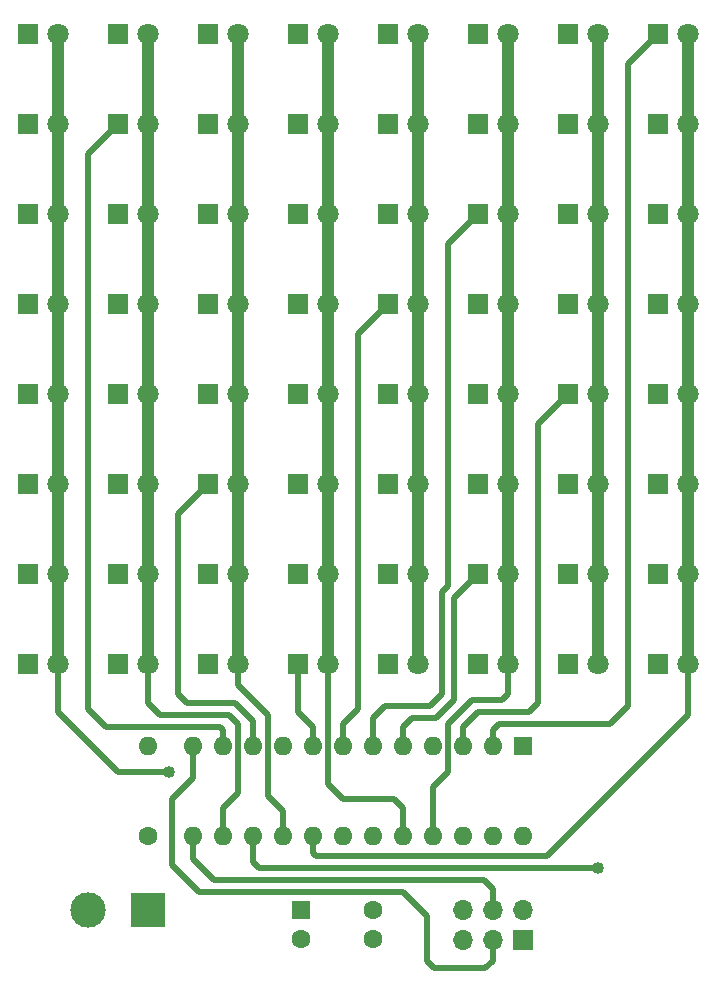
<source format=gtl>
G04 #@! TF.GenerationSoftware,KiCad,Pcbnew,(5.1.0)-1*
G04 #@! TF.CreationDate,2023-04-17T19:30:15-07:00*
G04 #@! TF.ProjectId,LED_Matrix_7219,4c45445f-4d61-4747-9269-785f37323139,rev?*
G04 #@! TF.SameCoordinates,PXffd93e20PY525bfc0*
G04 #@! TF.FileFunction,Copper,L1,Top*
G04 #@! TF.FilePolarity,Positive*
%FSLAX45Y45*%
G04 Gerber Fmt 4.5, Leading zero omitted, Abs format (unit mm)*
G04 Created by KiCad (PCBNEW (5.1.0)-1) date 2023-04-17 19:30:15*
%MOMM*%
%LPD*%
G04 APERTURE LIST*
%ADD10C,1.800000*%
%ADD11R,1.800000X1.800000*%
%ADD12R,3.000000X3.000000*%
%ADD13C,3.000000*%
%ADD14R,1.700000X1.700000*%
%ADD15O,1.700000X1.700000*%
%ADD16C,1.600000*%
%ADD17O,1.600000X1.600000*%
%ADD18R,1.600000X1.600000*%
%ADD19C,1.016000*%
%ADD20C,0.508000*%
%ADD21C,1.016000*%
G04 APERTURE END LIST*
D10*
X5842000Y8636000D03*
D11*
X5588000Y8636000D03*
D10*
X5842000Y7874000D03*
D11*
X5588000Y7874000D03*
D10*
X5842000Y7112000D03*
D11*
X5588000Y7112000D03*
X5588000Y6350000D03*
D10*
X5842000Y6350000D03*
X5842000Y5588000D03*
D11*
X5588000Y5588000D03*
X5588000Y4826000D03*
D10*
X5842000Y4826000D03*
X5842000Y4064000D03*
D11*
X5588000Y4064000D03*
D10*
X5842000Y3302000D03*
D11*
X5588000Y3302000D03*
X4826000Y8636000D03*
D10*
X5080000Y8636000D03*
D11*
X4826000Y7874000D03*
D10*
X5080000Y7874000D03*
D11*
X4826000Y7112000D03*
D10*
X5080000Y7112000D03*
X5080000Y6350000D03*
D11*
X4826000Y6350000D03*
X4826000Y5588000D03*
D10*
X5080000Y5588000D03*
X5080000Y4826000D03*
D11*
X4826000Y4826000D03*
D10*
X5080000Y4064000D03*
D11*
X4826000Y4064000D03*
D10*
X5080000Y3302000D03*
D11*
X4826000Y3302000D03*
D10*
X4318000Y8636000D03*
D11*
X4064000Y8636000D03*
D10*
X4318000Y7874000D03*
D11*
X4064000Y7874000D03*
D10*
X4318000Y7112000D03*
D11*
X4064000Y7112000D03*
X4064000Y6350000D03*
D10*
X4318000Y6350000D03*
X4318000Y5588000D03*
D11*
X4064000Y5588000D03*
X4064000Y4826000D03*
D10*
X4318000Y4826000D03*
D11*
X4064000Y4064000D03*
D10*
X4318000Y4064000D03*
D11*
X4064000Y3302000D03*
D10*
X4318000Y3302000D03*
D11*
X3302000Y8636000D03*
D10*
X3556000Y8636000D03*
D11*
X3302000Y7874000D03*
D10*
X3556000Y7874000D03*
D11*
X3302000Y7112000D03*
D10*
X3556000Y7112000D03*
X3556000Y6350000D03*
D11*
X3302000Y6350000D03*
X3302000Y5588000D03*
D10*
X3556000Y5588000D03*
D11*
X3302000Y4826000D03*
D10*
X3556000Y4826000D03*
X3556000Y4064000D03*
D11*
X3302000Y4064000D03*
D10*
X3556000Y3302000D03*
D11*
X3302000Y3302000D03*
D10*
X2794000Y8636000D03*
D11*
X2540000Y8636000D03*
D10*
X2794000Y7874000D03*
D11*
X2540000Y7874000D03*
D10*
X2794000Y7112000D03*
D11*
X2540000Y7112000D03*
X2540000Y6350000D03*
D10*
X2794000Y6350000D03*
X2794000Y5588000D03*
D11*
X2540000Y5588000D03*
D10*
X2794000Y4826000D03*
D11*
X2540000Y4826000D03*
X2540000Y4064000D03*
D10*
X2794000Y4064000D03*
D11*
X2540000Y3302000D03*
D10*
X2794000Y3302000D03*
D11*
X1778000Y8636000D03*
D10*
X2032000Y8636000D03*
D11*
X1778000Y7874000D03*
D10*
X2032000Y7874000D03*
D11*
X1778000Y7112000D03*
D10*
X2032000Y7112000D03*
D11*
X1778000Y6350000D03*
D10*
X2032000Y6350000D03*
D11*
X1778000Y5588000D03*
D10*
X2032000Y5588000D03*
D11*
X1778000Y4826000D03*
D10*
X2032000Y4826000D03*
X2032000Y4064000D03*
D11*
X1778000Y4064000D03*
D10*
X2032000Y3302000D03*
D11*
X1778000Y3302000D03*
D10*
X1270000Y8636000D03*
D11*
X1016000Y8636000D03*
D10*
X1270000Y7874000D03*
D11*
X1016000Y7874000D03*
D10*
X1270000Y7112000D03*
D11*
X1016000Y7112000D03*
D10*
X1270000Y6350000D03*
D11*
X1016000Y6350000D03*
D10*
X1270000Y5588000D03*
D11*
X1016000Y5588000D03*
D10*
X1270000Y4826000D03*
D11*
X1016000Y4826000D03*
X1016000Y4064000D03*
D10*
X1270000Y4064000D03*
D11*
X1016000Y3302000D03*
D10*
X1270000Y3302000D03*
D11*
X254000Y8636000D03*
D10*
X508000Y8636000D03*
D11*
X254000Y7874000D03*
D10*
X508000Y7874000D03*
D11*
X254000Y7112000D03*
D10*
X508000Y7112000D03*
D11*
X254000Y6350000D03*
D10*
X508000Y6350000D03*
D11*
X254000Y5588000D03*
D10*
X508000Y5588000D03*
D11*
X254000Y4826000D03*
D10*
X508000Y4826000D03*
X508000Y4064000D03*
D11*
X254000Y4064000D03*
D10*
X508000Y3302000D03*
D11*
X254000Y3302000D03*
D12*
X1270000Y1219200D03*
D13*
X762000Y1219200D03*
D14*
X4445000Y965200D03*
D15*
X4445000Y1219200D03*
X4191000Y965200D03*
X4191000Y1219200D03*
X3937000Y965200D03*
X3937000Y1219200D03*
D16*
X1270000Y1841500D03*
D17*
X1270000Y2603500D03*
D18*
X4445000Y2603500D03*
D17*
X1651000Y1841500D03*
X4191000Y2603500D03*
X1905000Y1841500D03*
X3937000Y2603500D03*
X2159000Y1841500D03*
X3683000Y2603500D03*
X2413000Y1841500D03*
X3429000Y2603500D03*
X2667000Y1841500D03*
X3175000Y2603500D03*
X2921000Y1841500D03*
X2921000Y2603500D03*
X3175000Y1841500D03*
X2667000Y2603500D03*
X3429000Y1841500D03*
X2413000Y2603500D03*
X3683000Y1841500D03*
X2159000Y2603500D03*
X3937000Y1841500D03*
X1905000Y2603500D03*
X4191000Y1841500D03*
X1651000Y2603500D03*
X4445000Y1841500D03*
D18*
X2565400Y1219200D03*
D16*
X2565400Y969200D03*
X3175000Y1219200D03*
X3175000Y969200D03*
D19*
X5080000Y1574800D03*
X1447800Y2387600D03*
D20*
X5842000Y2870200D02*
X5842000Y3302000D01*
X4648200Y1676400D02*
X5842000Y2870200D01*
X2692400Y1676400D02*
X4648200Y1676400D01*
X2667000Y1841500D02*
X2667000Y1701800D01*
X2667000Y1701800D02*
X2692400Y1676400D01*
D21*
X5842000Y8636000D02*
X5842000Y3302000D01*
D20*
X5334000Y8382000D02*
X5588000Y8636000D01*
X5334000Y2946400D02*
X5334000Y8382000D01*
X5181600Y2794000D02*
X5334000Y2946400D01*
X4191000Y2603500D02*
X4191000Y2743200D01*
X4191000Y2743200D02*
X4241800Y2794000D01*
X4241800Y2794000D02*
X5181600Y2794000D01*
X762000Y7620000D02*
X1016000Y7874000D01*
X762000Y2921000D02*
X762000Y7620000D01*
X914400Y2768600D02*
X762000Y2921000D01*
X1879600Y2768600D02*
X914400Y2768600D01*
X1905000Y2743200D02*
X1879600Y2768600D01*
X1905000Y2603500D02*
X1905000Y2743200D01*
X3175000Y2603500D02*
X3175000Y2844800D01*
X3175000Y2844800D02*
X3276600Y2946400D01*
X3657600Y2946400D02*
X3759200Y3048000D01*
X3276600Y2946400D02*
X3657600Y2946400D01*
X3759200Y3048000D02*
X3759200Y3911600D01*
X3759200Y3911600D02*
X3810000Y3962400D01*
X3810000Y6858000D02*
X4064000Y7112000D01*
X3810000Y3962400D02*
X3810000Y6858000D01*
X2921000Y2603500D02*
X2921000Y2794000D01*
X2921000Y2794000D02*
X3048000Y2921000D01*
X3048000Y6096000D02*
X3302000Y6350000D01*
X3048000Y2921000D02*
X3048000Y6096000D01*
X3937000Y2603500D02*
X3937000Y2768600D01*
X3937000Y2768600D02*
X4064000Y2895600D01*
X4064000Y2895600D02*
X4495800Y2895600D01*
X4495800Y2895600D02*
X4572000Y2971800D01*
X4572000Y5334000D02*
X4826000Y5588000D01*
X4572000Y2971800D02*
X4572000Y5334000D01*
X1524000Y4572000D02*
X1778000Y4826000D01*
X1600200Y2971800D02*
X1524000Y3048000D01*
X1524000Y3048000D02*
X1524000Y4572000D01*
X2159000Y2603500D02*
X2159000Y2819400D01*
X2006600Y2971800D02*
X1600200Y2971800D01*
X2159000Y2819400D02*
X2006600Y2971800D01*
X3860800Y3860800D02*
X4064000Y4064000D01*
X3429000Y2603500D02*
X3429000Y2768600D01*
X3429000Y2768600D02*
X3505200Y2844800D01*
X3708400Y2844800D02*
X3860800Y2997200D01*
X3505200Y2844800D02*
X3708400Y2844800D01*
X3860800Y2997200D02*
X3860800Y3860800D01*
X2667000Y2603500D02*
X2667000Y2768600D01*
X2540000Y2895600D02*
X2540000Y3302000D01*
X2667000Y2768600D02*
X2540000Y2895600D01*
X2159000Y1841500D02*
X2159000Y1625600D01*
X2159000Y1625600D02*
X2209800Y1574800D01*
X2209800Y1574800D02*
X5080000Y1574800D01*
D21*
X5080000Y8636000D02*
X5080000Y3302000D01*
D20*
X4318000Y3048000D02*
X4318000Y3302000D01*
X3683000Y1841500D02*
X3683000Y2260600D01*
X3683000Y2260600D02*
X3810000Y2387600D01*
X3810000Y2387600D02*
X3810000Y2794000D01*
X3810000Y2794000D02*
X4013200Y2997200D01*
X4013200Y2997200D02*
X4267200Y2997200D01*
X4267200Y2997200D02*
X4318000Y3048000D01*
D21*
X4318000Y8636000D02*
X4318000Y3302000D01*
X3556000Y8636000D02*
X3556000Y3302000D01*
D20*
X3429000Y1841500D02*
X3429000Y2082800D01*
X3429000Y2082800D02*
X3352800Y2159000D01*
X3352800Y2159000D02*
X2921000Y2159000D01*
X2921000Y2159000D02*
X2794000Y2286000D01*
X2794000Y2286000D02*
X2794000Y3302000D01*
D21*
X2794000Y8636000D02*
X2794000Y3302000D01*
D20*
X2413000Y2057400D02*
X2413000Y1841500D01*
X2286000Y2184400D02*
X2413000Y2057400D01*
X2032000Y3124200D02*
X2286000Y2870200D01*
X2032000Y3302000D02*
X2032000Y3124200D01*
X2286000Y2870200D02*
X2286000Y2184400D01*
D21*
X2032000Y8636000D02*
X2032000Y3302000D01*
D20*
X1905000Y2082800D02*
X1905000Y1841500D01*
X1270000Y2971800D02*
X1371600Y2870200D01*
X1270000Y3302000D02*
X1270000Y2971800D01*
X1371600Y2870200D02*
X1955800Y2870200D01*
X1955800Y2870200D02*
X2032000Y2794000D01*
X2032000Y2794000D02*
X2032000Y2209800D01*
X2032000Y2209800D02*
X1905000Y2082800D01*
D21*
X1270000Y8636000D02*
X1270000Y3302000D01*
D20*
X508000Y3302000D02*
X508000Y2895600D01*
X508000Y2895600D02*
X1016000Y2387600D01*
X1016000Y2387600D02*
X1447800Y2387600D01*
D21*
X508000Y8636000D02*
X508000Y3302000D01*
D20*
X4191000Y787400D02*
X4191000Y965200D01*
X4127500Y723900D02*
X4191000Y787400D01*
X3695700Y723900D02*
X4127500Y723900D01*
X1651000Y2603500D02*
X1651000Y2336800D01*
X1651000Y2336800D02*
X1473200Y2159000D01*
X3632200Y787400D02*
X3695700Y723900D01*
X1473200Y2159000D02*
X1473200Y1600200D01*
X1473200Y1600200D02*
X1701800Y1371600D01*
X1701800Y1371600D02*
X3429000Y1371600D01*
X3632200Y1168400D02*
X3632200Y787400D01*
X3429000Y1371600D02*
X3632200Y1168400D01*
X1651000Y1651000D02*
X1828800Y1473200D01*
X1651000Y1841500D02*
X1651000Y1651000D01*
X4191000Y1219200D02*
X4191000Y1397000D01*
X4191000Y1397000D02*
X4114800Y1473200D01*
X4114800Y1473200D02*
X1828800Y1473200D01*
M02*

</source>
